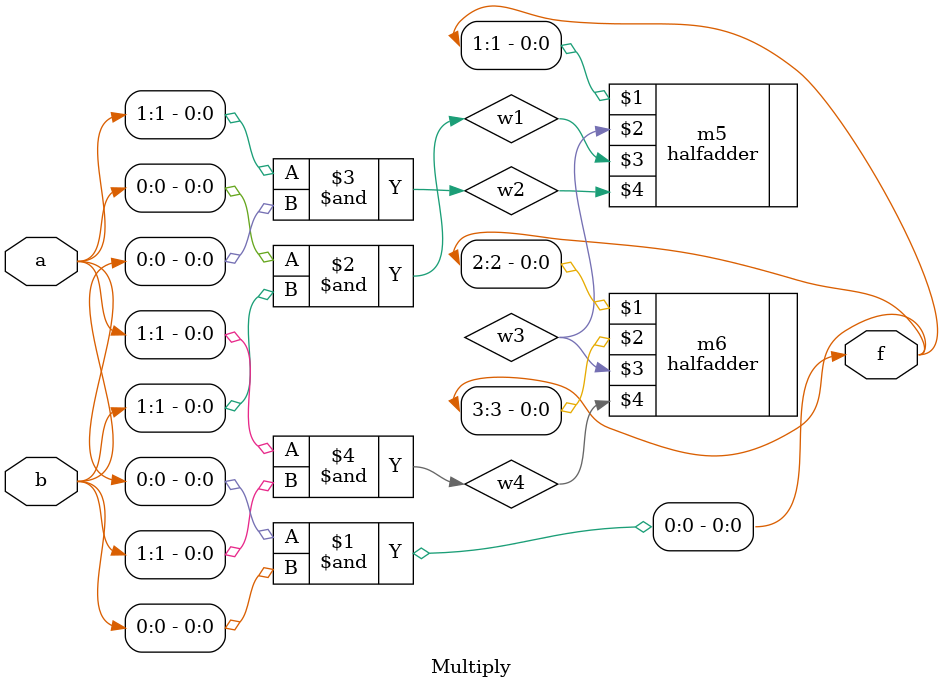
<source format=v>
`timescale 1ns / 1ps

module Multiply(a,b,f
    );
	 input [1:0]a;
	 input [1:0]b;
	 output [3:0]f;
	 wire w1,w2,w3,w4;
	  and p1(f[0],a[0],b[0]);
	  and g2(w1,a[0],b[1]);
	  and g3(w2,a[1],b[0]);
	  and g4(w4,a[1],b[1]);
	 
	 halfadder m5(f[1],w3,w1,w2),
	 m6(f[2],f[3],w3,w4);
	 
	/* wire e1,e2,e3,e4,h1,h2,d1,d2,d3,d4;
not g1(e1,a[0]);
not g2(e2,a[1]);
not g3(e3,b[0]);
not g4(e4,b[1]);
and g5(f[0],a,b);
and g6(h1,a[0],b[0],e2);
and g7(h2,a[1],b[1],e4);
or g8(f[1],h1,h2);
and g9(d1,a[0],b[1],e2);
and g10(d2,a[0],b[1],e3);
and g11(d3,a[1],b[0],e4);
and g14(d4,a[1],b[0],e1);
or g12(f[2],d1,d2,d3,d4);
and g13(f[3],a[1],b[1]);*/

endmodule

</source>
